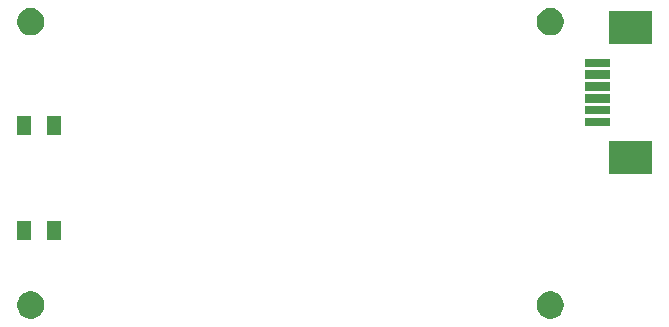
<source format=gbs>
G04 #@! TF.GenerationSoftware,KiCad,Pcbnew,(5.0.2)-1*
G04 #@! TF.CreationDate,2019-03-20T17:30:19-04:00*
G04 #@! TF.ProjectId,Dash_Warning_Panel,44617368-5f57-4617-926e-696e675f5061,rev?*
G04 #@! TF.SameCoordinates,Original*
G04 #@! TF.FileFunction,Soldermask,Bot*
G04 #@! TF.FilePolarity,Negative*
%FSLAX46Y46*%
G04 Gerber Fmt 4.6, Leading zero omitted, Abs format (unit mm)*
G04 Created by KiCad (PCBNEW (5.0.2)-1) date 3/20/2019 5:30:19 PM*
%MOMM*%
%LPD*%
G01*
G04 APERTURE LIST*
%ADD10C,0.100000*%
G04 APERTURE END LIST*
D10*
G36*
X172335673Y-138893424D02*
X172335675Y-138893425D01*
X172335676Y-138893425D01*
X172545108Y-138980174D01*
X172545109Y-138980175D01*
X172733595Y-139106117D01*
X172893883Y-139266405D01*
X172893885Y-139266408D01*
X173019826Y-139454892D01*
X173106575Y-139664324D01*
X173150800Y-139886656D01*
X173150800Y-140113344D01*
X173106575Y-140335676D01*
X173019826Y-140545108D01*
X173019825Y-140545109D01*
X172893883Y-140733595D01*
X172733595Y-140893883D01*
X172733592Y-140893885D01*
X172545108Y-141019826D01*
X172335676Y-141106575D01*
X172335675Y-141106575D01*
X172335673Y-141106576D01*
X172113345Y-141150800D01*
X171886655Y-141150800D01*
X171664327Y-141106576D01*
X171664325Y-141106575D01*
X171664324Y-141106575D01*
X171454892Y-141019826D01*
X171266408Y-140893885D01*
X171266405Y-140893883D01*
X171106117Y-140733595D01*
X170980175Y-140545109D01*
X170980174Y-140545108D01*
X170893425Y-140335676D01*
X170849200Y-140113344D01*
X170849200Y-139886656D01*
X170893425Y-139664324D01*
X170980174Y-139454892D01*
X171106115Y-139266408D01*
X171106117Y-139266405D01*
X171266405Y-139106117D01*
X171454891Y-138980175D01*
X171454892Y-138980174D01*
X171664324Y-138893425D01*
X171664325Y-138893425D01*
X171664327Y-138893424D01*
X171886655Y-138849200D01*
X172113345Y-138849200D01*
X172335673Y-138893424D01*
X172335673Y-138893424D01*
G37*
G36*
X216335673Y-138893424D02*
X216335675Y-138893425D01*
X216335676Y-138893425D01*
X216545108Y-138980174D01*
X216545109Y-138980175D01*
X216733595Y-139106117D01*
X216893883Y-139266405D01*
X216893885Y-139266408D01*
X217019826Y-139454892D01*
X217106575Y-139664324D01*
X217150800Y-139886656D01*
X217150800Y-140113344D01*
X217106575Y-140335676D01*
X217019826Y-140545108D01*
X217019825Y-140545109D01*
X216893883Y-140733595D01*
X216733595Y-140893883D01*
X216733592Y-140893885D01*
X216545108Y-141019826D01*
X216335676Y-141106575D01*
X216335675Y-141106575D01*
X216335673Y-141106576D01*
X216113345Y-141150800D01*
X215886655Y-141150800D01*
X215664327Y-141106576D01*
X215664325Y-141106575D01*
X215664324Y-141106575D01*
X215454892Y-141019826D01*
X215266408Y-140893885D01*
X215266405Y-140893883D01*
X215106117Y-140733595D01*
X214980175Y-140545109D01*
X214980174Y-140545108D01*
X214893425Y-140335676D01*
X214849200Y-140113344D01*
X214849200Y-139886656D01*
X214893425Y-139664324D01*
X214980174Y-139454892D01*
X215106115Y-139266408D01*
X215106117Y-139266405D01*
X215266405Y-139106117D01*
X215454891Y-138980175D01*
X215454892Y-138980174D01*
X215664324Y-138893425D01*
X215664325Y-138893425D01*
X215664327Y-138893424D01*
X215886655Y-138849200D01*
X216113345Y-138849200D01*
X216335673Y-138893424D01*
X216335673Y-138893424D01*
G37*
G36*
X172010800Y-134500800D02*
X170809200Y-134500800D01*
X170809200Y-132899200D01*
X172010800Y-132899200D01*
X172010800Y-134500800D01*
X172010800Y-134500800D01*
G37*
G36*
X174550800Y-134500800D02*
X173349200Y-134500800D01*
X173349200Y-132899200D01*
X174550800Y-132899200D01*
X174550800Y-134500800D01*
X174550800Y-134500800D01*
G37*
G36*
X224650800Y-128880800D02*
X220949200Y-128880800D01*
X220949200Y-126099200D01*
X224650800Y-126099200D01*
X224650800Y-128880800D01*
X224650800Y-128880800D01*
G37*
G36*
X174550800Y-125600800D02*
X173349200Y-125600800D01*
X173349200Y-123999200D01*
X174550800Y-123999200D01*
X174550800Y-125600800D01*
X174550800Y-125600800D01*
G37*
G36*
X172010800Y-125600800D02*
X170809200Y-125600800D01*
X170809200Y-123999200D01*
X172010800Y-123999200D01*
X172010800Y-125600800D01*
X172010800Y-125600800D01*
G37*
G36*
X221050800Y-124855800D02*
X218949200Y-124855800D01*
X218949200Y-124144200D01*
X221050800Y-124144200D01*
X221050800Y-124855800D01*
X221050800Y-124855800D01*
G37*
G36*
X221050800Y-123855800D02*
X218949200Y-123855800D01*
X218949200Y-123144200D01*
X221050800Y-123144200D01*
X221050800Y-123855800D01*
X221050800Y-123855800D01*
G37*
G36*
X221050800Y-122855800D02*
X218949200Y-122855800D01*
X218949200Y-122144200D01*
X221050800Y-122144200D01*
X221050800Y-122855800D01*
X221050800Y-122855800D01*
G37*
G36*
X221050800Y-121855800D02*
X218949200Y-121855800D01*
X218949200Y-121144200D01*
X221050800Y-121144200D01*
X221050800Y-121855800D01*
X221050800Y-121855800D01*
G37*
G36*
X221050800Y-120855800D02*
X218949200Y-120855800D01*
X218949200Y-120144200D01*
X221050800Y-120144200D01*
X221050800Y-120855800D01*
X221050800Y-120855800D01*
G37*
G36*
X221050800Y-119855800D02*
X218949200Y-119855800D01*
X218949200Y-119144200D01*
X221050800Y-119144200D01*
X221050800Y-119855800D01*
X221050800Y-119855800D01*
G37*
G36*
X224650800Y-117900800D02*
X220949200Y-117900800D01*
X220949200Y-115119200D01*
X224650800Y-115119200D01*
X224650800Y-117900800D01*
X224650800Y-117900800D01*
G37*
G36*
X216335673Y-114893424D02*
X216335675Y-114893425D01*
X216335676Y-114893425D01*
X216545108Y-114980174D01*
X216545109Y-114980175D01*
X216733595Y-115106117D01*
X216893883Y-115266405D01*
X216893885Y-115266408D01*
X217019826Y-115454892D01*
X217106575Y-115664324D01*
X217150800Y-115886656D01*
X217150800Y-116113344D01*
X217106575Y-116335676D01*
X217019826Y-116545108D01*
X217019825Y-116545109D01*
X216893883Y-116733595D01*
X216733595Y-116893883D01*
X216733592Y-116893885D01*
X216545108Y-117019826D01*
X216335676Y-117106575D01*
X216335675Y-117106575D01*
X216335673Y-117106576D01*
X216113345Y-117150800D01*
X215886655Y-117150800D01*
X215664327Y-117106576D01*
X215664325Y-117106575D01*
X215664324Y-117106575D01*
X215454892Y-117019826D01*
X215266408Y-116893885D01*
X215266405Y-116893883D01*
X215106117Y-116733595D01*
X214980175Y-116545109D01*
X214980174Y-116545108D01*
X214893425Y-116335676D01*
X214849200Y-116113344D01*
X214849200Y-115886656D01*
X214893425Y-115664324D01*
X214980174Y-115454892D01*
X215106115Y-115266408D01*
X215106117Y-115266405D01*
X215266405Y-115106117D01*
X215454891Y-114980175D01*
X215454892Y-114980174D01*
X215664324Y-114893425D01*
X215664325Y-114893425D01*
X215664327Y-114893424D01*
X215886655Y-114849200D01*
X216113345Y-114849200D01*
X216335673Y-114893424D01*
X216335673Y-114893424D01*
G37*
G36*
X172335673Y-114893424D02*
X172335675Y-114893425D01*
X172335676Y-114893425D01*
X172545108Y-114980174D01*
X172545109Y-114980175D01*
X172733595Y-115106117D01*
X172893883Y-115266405D01*
X172893885Y-115266408D01*
X173019826Y-115454892D01*
X173106575Y-115664324D01*
X173150800Y-115886656D01*
X173150800Y-116113344D01*
X173106575Y-116335676D01*
X173019826Y-116545108D01*
X173019825Y-116545109D01*
X172893883Y-116733595D01*
X172733595Y-116893883D01*
X172733592Y-116893885D01*
X172545108Y-117019826D01*
X172335676Y-117106575D01*
X172335675Y-117106575D01*
X172335673Y-117106576D01*
X172113345Y-117150800D01*
X171886655Y-117150800D01*
X171664327Y-117106576D01*
X171664325Y-117106575D01*
X171664324Y-117106575D01*
X171454892Y-117019826D01*
X171266408Y-116893885D01*
X171266405Y-116893883D01*
X171106117Y-116733595D01*
X170980175Y-116545109D01*
X170980174Y-116545108D01*
X170893425Y-116335676D01*
X170849200Y-116113344D01*
X170849200Y-115886656D01*
X170893425Y-115664324D01*
X170980174Y-115454892D01*
X171106115Y-115266408D01*
X171106117Y-115266405D01*
X171266405Y-115106117D01*
X171454891Y-114980175D01*
X171454892Y-114980174D01*
X171664324Y-114893425D01*
X171664325Y-114893425D01*
X171664327Y-114893424D01*
X171886655Y-114849200D01*
X172113345Y-114849200D01*
X172335673Y-114893424D01*
X172335673Y-114893424D01*
G37*
M02*

</source>
